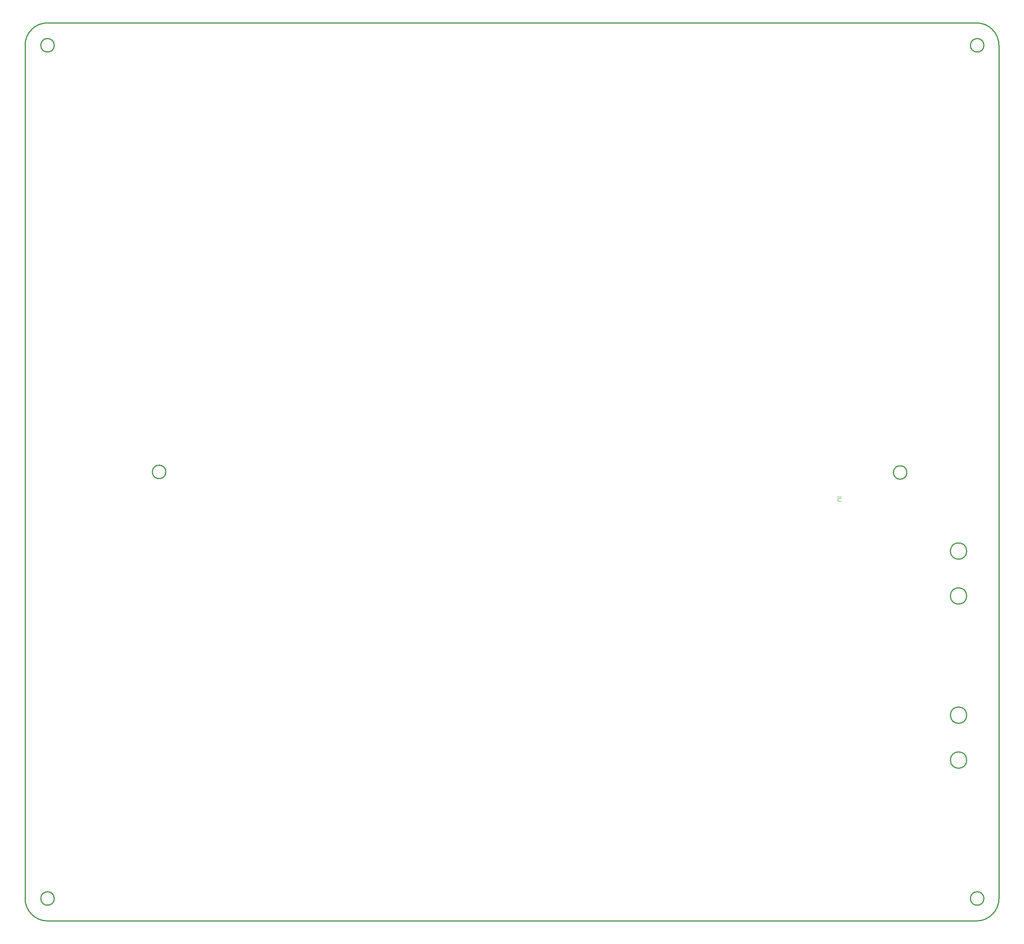
<source format=gbr>
%TF.GenerationSoftware,Altium Limited,Altium Designer,21.6.4 (81)*%
G04 Layer_Color=16711935*
%FSLAX43Y43*%
%MOMM*%
%TF.SameCoordinates,A962B9D3-E780-4B03-8A10-E236CC36F35F*%
%TF.FilePolarity,Positive*%
%TF.FileFunction,Other,Mechanical_1*%
%TF.Part,Single*%
G01*
G75*
%TA.AperFunction,NonConductor*%
%ADD141C,0.254*%
%ADD185C,0.100*%
D141*
X209818Y45953D02*
G03*
X209818Y45953I-1818J0D01*
G01*
Y35953D02*
G03*
X209818Y35953I-1818J0D01*
G01*
X196500Y100000D02*
G03*
X196500Y100000I-1500J0D01*
G01*
X209818Y82500D02*
G03*
X209818Y82500I-1818J0D01*
G01*
Y72500D02*
G03*
X209818Y72500I-1818J0D01*
G01*
X213650Y5125D02*
G03*
X213650Y5125I-1500J0D01*
G01*
Y195125D02*
G03*
X213650Y195125I-1500J0D01*
G01*
X6650Y5125D02*
G03*
X6650Y5125I-1500J0D01*
G01*
X31500Y100125D02*
G03*
X31500Y100125I-1500J0D01*
G01*
X6650Y195125D02*
G03*
X6650Y195125I-1500J0D01*
G01*
X5150Y200125D02*
G03*
X150Y195125I0J-5000D01*
G01*
X212000Y125D02*
G03*
X217000Y5125I0J5000D01*
G01*
X150D02*
G03*
X5150Y125I5000J0D01*
G01*
X217000Y195125D02*
G03*
X212027Y200125I-5000J0D01*
G01*
X5150Y125D02*
X212125Y125D01*
X125Y195039D02*
X125Y5039D01*
X5150Y200125D02*
X212152Y200125D01*
X217000Y5125D02*
X217000Y195125D01*
D185*
X181869Y93649D02*
X181202D01*
X181069Y93782D01*
Y94049D01*
X181202Y94182D01*
X181869D01*
X181069Y94449D02*
Y94715D01*
Y94582D01*
X181869D01*
X181735Y94449D01*
%TF.MD5,3d21496c7270fc2d3d47cd73a7a985f5*%
M02*

</source>
